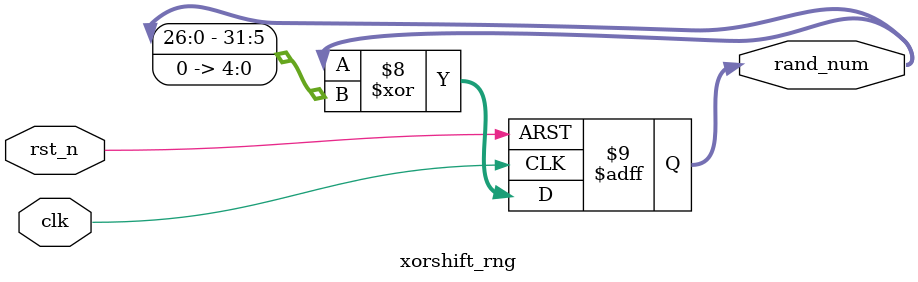
<source format=sv>
module xorshift_rng (
    input wire clk,
    input wire rst_n,
    output reg [31:0] rand_num
);
    always @(posedge clk or negedge rst_n) begin
        if (!rst_n)
            rand_num <= 32'h1;
        else begin
            rand_num <= rand_num ^ (rand_num << 13);
            rand_num <= rand_num ^ (rand_num >> 17);
            rand_num <= rand_num ^ (rand_num << 5);
        end
    end
endmodule
</source>
